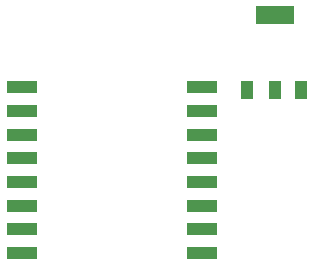
<source format=gtp>
G04 Layer_Color=8421504*
%FSLAX24Y24*%
%MOIN*%
G70*
G01*
G75*
%ADD10R,0.0394X0.0591*%
%ADD11R,0.1299X0.0610*%
%ADD12R,0.0984X0.0394*%
D10*
X9136Y15000D02*
D03*
X10041D02*
D03*
X10936Y15010D02*
D03*
D11*
X10040Y17490D02*
D03*
D12*
X1630Y15086D02*
D03*
Y14298D02*
D03*
Y13511D02*
D03*
Y12724D02*
D03*
Y11936D02*
D03*
Y11149D02*
D03*
Y10361D02*
D03*
Y9574D02*
D03*
X7630Y10361D02*
D03*
Y11149D02*
D03*
Y11936D02*
D03*
Y12724D02*
D03*
Y13511D02*
D03*
Y14298D02*
D03*
Y15086D02*
D03*
X7614Y9574D02*
D03*
M02*

</source>
